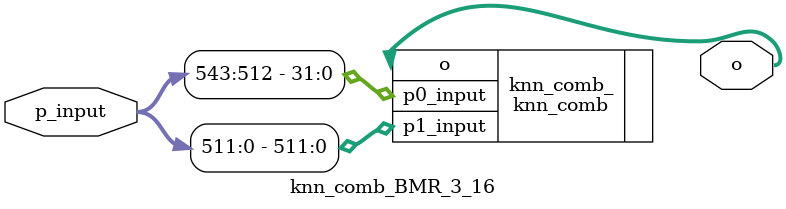
<source format=v>


// endmodule

module knn_comb_BMR_1_8
#(
	parameter W = 32,
	parameter K = 1,
	parameter N = 8
)
(
	input [(N+1)*W-1:0] p_input,
	output [W*K-1:0] o
);
	knn_comb #(.W(W), .K(K), .N(N)) knn_comb_ (.p0_input(p_input[(N+1)*W-1:N*W]),.p1_input(p_input[N*W-1:0]), .o(o));

endmodule

module knn_comb_BMR_1_16
#(
	parameter W = 32,
	parameter K = 1,
	parameter N = 16
)
(
	input [(N+1)*W-1:0] p_input,
	output [W*K-1:0] o
);
	knn_comb #(.W(W), .K(K), .N(N)) knn_comb_ (.p0_input(p_input[(N+1)*W-1:N*W]),.p1_input(p_input[N*W-1:0]), .o(o));

endmodule

module knn_comb_BMR_2_8
#(
	parameter W = 32,
	parameter K = 2,
	parameter N = 8
)
(
	input [(N+1)*W-1:0] p_input,
	output [W*K-1:0] o
);
	knn_comb #(.W(W), .K(K), .N(N)) knn_comb_ (.p0_input(p_input[(N+1)*W-1:N*W]),.p1_input(p_input[N*W-1:0]), .o(o));

endmodule

module knn_comb_BMR_2_16
#(
	parameter W = 32,
	parameter K = 2,
	parameter N = 16
)
(
	input [(N+1)*W-1:0] p_input,
	output [W*K-1:0] o
);
	knn_comb #(.W(W), .K(K), .N(N)) knn_comb_ (.p0_input(p_input[(N+1)*W-1:N*W]),.p1_input(p_input[N*W-1:0]), .o(o));

endmodule

module knn_comb_BMR_3_8
#(
	parameter W = 32,
	parameter K = 3,
	parameter N = 8
)
(
	input [(N+1)*W-1:0] p_input,
	output [W*K-1:0] o
);
	knn_comb #(.W(W), .K(K), .N(N)) knn_comb_ (.p0_input(p_input[(N+1)*W-1:N*W]),.p1_input(p_input[N*W-1:0]), .o(o));

endmodule

module knn_comb_BMR_3_16
#(
	parameter W = 32,
	parameter K = 3,
	parameter N = 16
)
(
	input [(N+1)*W-1:0] p_input,
	output [W*K-1:0] o
);
	knn_comb #(.W(W), .K(K), .N(N)) knn_comb_ (.p0_input(p_input[(N+1)*W-1:N*W]),.p1_input(p_input[N*W-1:0]), .o(o));

endmodule
</source>
